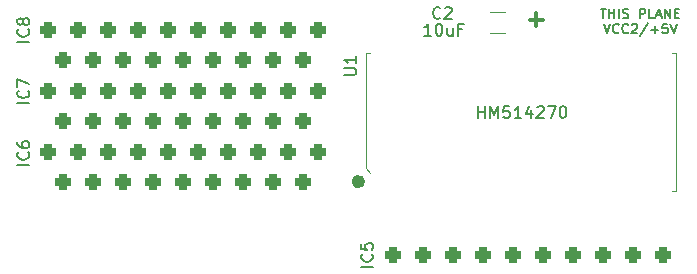
<source format=gto>
G04 #@! TF.GenerationSoftware,KiCad,Pcbnew,7.0.2-0*
G04 #@! TF.CreationDate,2023-06-03T15:31:31+02:00*
G04 #@! TF.ProjectId,MegaCD,4d656761-4344-42e6-9b69-6361645f7063,rev?*
G04 #@! TF.SameCoordinates,Original*
G04 #@! TF.FileFunction,Legend,Top*
G04 #@! TF.FilePolarity,Positive*
%FSLAX46Y46*%
G04 Gerber Fmt 4.6, Leading zero omitted, Abs format (unit mm)*
G04 Created by KiCad (PCBNEW 7.0.2-0) date 2023-06-03 15:31:31*
%MOMM*%
%LPD*%
G01*
G04 APERTURE LIST*
G04 Aperture macros list*
%AMRoundRect*
0 Rectangle with rounded corners*
0 $1 Rounding radius*
0 $2 $3 $4 $5 $6 $7 $8 $9 X,Y pos of 4 corners*
0 Add a 4 corners polygon primitive as box body*
4,1,4,$2,$3,$4,$5,$6,$7,$8,$9,$2,$3,0*
0 Add four circle primitives for the rounded corners*
1,1,$1+$1,$2,$3*
1,1,$1+$1,$4,$5*
1,1,$1+$1,$6,$7*
1,1,$1+$1,$8,$9*
0 Add four rect primitives between the rounded corners*
20,1,$1+$1,$2,$3,$4,$5,0*
20,1,$1+$1,$4,$5,$6,$7,0*
20,1,$1+$1,$6,$7,$8,$9,0*
20,1,$1+$1,$8,$9,$2,$3,0*%
G04 Aperture macros list end*
%ADD10C,0.300000*%
%ADD11C,0.150000*%
%ADD12C,0.200000*%
%ADD13C,0.100000*%
%ADD14C,0.558000*%
%ADD15C,0.120000*%
%ADD16R,0.700000X3.400000*%
%ADD17R,1.400000X1.300000*%
%ADD18RoundRect,0.325000X0.375000X-0.325000X0.375000X0.325000X-0.375000X0.325000X-0.375000X-0.325000X0*%
%ADD19C,1.600000*%
G04 APERTURE END LIST*
D10*
X162583857Y-106179000D02*
X161441000Y-106179000D01*
X162012428Y-106750428D02*
X162012428Y-105607571D01*
D11*
X167443571Y-105248095D02*
X167900714Y-105248095D01*
X167672142Y-106048095D02*
X167672142Y-105248095D01*
X168167381Y-106048095D02*
X168167381Y-105248095D01*
X168167381Y-105629047D02*
X168624524Y-105629047D01*
X168624524Y-106048095D02*
X168624524Y-105248095D01*
X169005476Y-106048095D02*
X169005476Y-105248095D01*
X169348332Y-106010000D02*
X169462618Y-106048095D01*
X169462618Y-106048095D02*
X169653094Y-106048095D01*
X169653094Y-106048095D02*
X169729285Y-106010000D01*
X169729285Y-106010000D02*
X169767380Y-105971904D01*
X169767380Y-105971904D02*
X169805475Y-105895714D01*
X169805475Y-105895714D02*
X169805475Y-105819523D01*
X169805475Y-105819523D02*
X169767380Y-105743333D01*
X169767380Y-105743333D02*
X169729285Y-105705238D01*
X169729285Y-105705238D02*
X169653094Y-105667142D01*
X169653094Y-105667142D02*
X169500713Y-105629047D01*
X169500713Y-105629047D02*
X169424523Y-105590952D01*
X169424523Y-105590952D02*
X169386428Y-105552857D01*
X169386428Y-105552857D02*
X169348332Y-105476666D01*
X169348332Y-105476666D02*
X169348332Y-105400476D01*
X169348332Y-105400476D02*
X169386428Y-105324285D01*
X169386428Y-105324285D02*
X169424523Y-105286190D01*
X169424523Y-105286190D02*
X169500713Y-105248095D01*
X169500713Y-105248095D02*
X169691190Y-105248095D01*
X169691190Y-105248095D02*
X169805475Y-105286190D01*
X170757857Y-106048095D02*
X170757857Y-105248095D01*
X170757857Y-105248095D02*
X171062619Y-105248095D01*
X171062619Y-105248095D02*
X171138809Y-105286190D01*
X171138809Y-105286190D02*
X171176904Y-105324285D01*
X171176904Y-105324285D02*
X171215000Y-105400476D01*
X171215000Y-105400476D02*
X171215000Y-105514761D01*
X171215000Y-105514761D02*
X171176904Y-105590952D01*
X171176904Y-105590952D02*
X171138809Y-105629047D01*
X171138809Y-105629047D02*
X171062619Y-105667142D01*
X171062619Y-105667142D02*
X170757857Y-105667142D01*
X171938809Y-106048095D02*
X171557857Y-106048095D01*
X171557857Y-106048095D02*
X171557857Y-105248095D01*
X172167380Y-105819523D02*
X172548333Y-105819523D01*
X172091190Y-106048095D02*
X172357857Y-105248095D01*
X172357857Y-105248095D02*
X172624523Y-106048095D01*
X172891190Y-106048095D02*
X172891190Y-105248095D01*
X172891190Y-105248095D02*
X173348333Y-106048095D01*
X173348333Y-106048095D02*
X173348333Y-105248095D01*
X173729285Y-105629047D02*
X173995951Y-105629047D01*
X174110237Y-106048095D02*
X173729285Y-106048095D01*
X173729285Y-106048095D02*
X173729285Y-105248095D01*
X173729285Y-105248095D02*
X174110237Y-105248095D01*
X167729286Y-106544095D02*
X167995953Y-107344095D01*
X167995953Y-107344095D02*
X168262619Y-106544095D01*
X168986429Y-107267904D02*
X168948333Y-107306000D01*
X168948333Y-107306000D02*
X168834048Y-107344095D01*
X168834048Y-107344095D02*
X168757857Y-107344095D01*
X168757857Y-107344095D02*
X168643571Y-107306000D01*
X168643571Y-107306000D02*
X168567381Y-107229809D01*
X168567381Y-107229809D02*
X168529286Y-107153619D01*
X168529286Y-107153619D02*
X168491190Y-107001238D01*
X168491190Y-107001238D02*
X168491190Y-106886952D01*
X168491190Y-106886952D02*
X168529286Y-106734571D01*
X168529286Y-106734571D02*
X168567381Y-106658380D01*
X168567381Y-106658380D02*
X168643571Y-106582190D01*
X168643571Y-106582190D02*
X168757857Y-106544095D01*
X168757857Y-106544095D02*
X168834048Y-106544095D01*
X168834048Y-106544095D02*
X168948333Y-106582190D01*
X168948333Y-106582190D02*
X168986429Y-106620285D01*
X169786429Y-107267904D02*
X169748333Y-107306000D01*
X169748333Y-107306000D02*
X169634048Y-107344095D01*
X169634048Y-107344095D02*
X169557857Y-107344095D01*
X169557857Y-107344095D02*
X169443571Y-107306000D01*
X169443571Y-107306000D02*
X169367381Y-107229809D01*
X169367381Y-107229809D02*
X169329286Y-107153619D01*
X169329286Y-107153619D02*
X169291190Y-107001238D01*
X169291190Y-107001238D02*
X169291190Y-106886952D01*
X169291190Y-106886952D02*
X169329286Y-106734571D01*
X169329286Y-106734571D02*
X169367381Y-106658380D01*
X169367381Y-106658380D02*
X169443571Y-106582190D01*
X169443571Y-106582190D02*
X169557857Y-106544095D01*
X169557857Y-106544095D02*
X169634048Y-106544095D01*
X169634048Y-106544095D02*
X169748333Y-106582190D01*
X169748333Y-106582190D02*
X169786429Y-106620285D01*
X170091190Y-106620285D02*
X170129286Y-106582190D01*
X170129286Y-106582190D02*
X170205476Y-106544095D01*
X170205476Y-106544095D02*
X170395952Y-106544095D01*
X170395952Y-106544095D02*
X170472143Y-106582190D01*
X170472143Y-106582190D02*
X170510238Y-106620285D01*
X170510238Y-106620285D02*
X170548333Y-106696476D01*
X170548333Y-106696476D02*
X170548333Y-106772666D01*
X170548333Y-106772666D02*
X170510238Y-106886952D01*
X170510238Y-106886952D02*
X170053095Y-107344095D01*
X170053095Y-107344095D02*
X170548333Y-107344095D01*
X171462619Y-106506000D02*
X170776905Y-107534571D01*
X171729286Y-107039333D02*
X172338810Y-107039333D01*
X172034048Y-107344095D02*
X172034048Y-106734571D01*
X173100714Y-106544095D02*
X172719762Y-106544095D01*
X172719762Y-106544095D02*
X172681666Y-106925047D01*
X172681666Y-106925047D02*
X172719762Y-106886952D01*
X172719762Y-106886952D02*
X172795952Y-106848857D01*
X172795952Y-106848857D02*
X172986428Y-106848857D01*
X172986428Y-106848857D02*
X173062619Y-106886952D01*
X173062619Y-106886952D02*
X173100714Y-106925047D01*
X173100714Y-106925047D02*
X173138809Y-107001238D01*
X173138809Y-107001238D02*
X173138809Y-107191714D01*
X173138809Y-107191714D02*
X173100714Y-107267904D01*
X173100714Y-107267904D02*
X173062619Y-107306000D01*
X173062619Y-107306000D02*
X172986428Y-107344095D01*
X172986428Y-107344095D02*
X172795952Y-107344095D01*
X172795952Y-107344095D02*
X172719762Y-107306000D01*
X172719762Y-107306000D02*
X172681666Y-107267904D01*
X173367381Y-106544095D02*
X173634048Y-107344095D01*
X173634048Y-107344095D02*
X173900714Y-106544095D01*
D12*
X145766619Y-110870904D02*
X146576142Y-110870904D01*
X146576142Y-110870904D02*
X146671380Y-110823285D01*
X146671380Y-110823285D02*
X146719000Y-110775666D01*
X146719000Y-110775666D02*
X146766619Y-110680428D01*
X146766619Y-110680428D02*
X146766619Y-110489952D01*
X146766619Y-110489952D02*
X146719000Y-110394714D01*
X146719000Y-110394714D02*
X146671380Y-110347095D01*
X146671380Y-110347095D02*
X146576142Y-110299476D01*
X146576142Y-110299476D02*
X145766619Y-110299476D01*
X146766619Y-109299476D02*
X146766619Y-109870904D01*
X146766619Y-109585190D02*
X145766619Y-109585190D01*
X145766619Y-109585190D02*
X145909476Y-109680428D01*
X145909476Y-109680428D02*
X146004714Y-109775666D01*
X146004714Y-109775666D02*
X146052333Y-109870904D01*
D11*
X157067714Y-114508619D02*
X157067714Y-113508619D01*
X157067714Y-113984809D02*
X157639142Y-113984809D01*
X157639142Y-114508619D02*
X157639142Y-113508619D01*
X158115333Y-114508619D02*
X158115333Y-113508619D01*
X158115333Y-113508619D02*
X158448666Y-114222904D01*
X158448666Y-114222904D02*
X158781999Y-113508619D01*
X158781999Y-113508619D02*
X158781999Y-114508619D01*
X159734380Y-113508619D02*
X159258190Y-113508619D01*
X159258190Y-113508619D02*
X159210571Y-113984809D01*
X159210571Y-113984809D02*
X159258190Y-113937190D01*
X159258190Y-113937190D02*
X159353428Y-113889571D01*
X159353428Y-113889571D02*
X159591523Y-113889571D01*
X159591523Y-113889571D02*
X159686761Y-113937190D01*
X159686761Y-113937190D02*
X159734380Y-113984809D01*
X159734380Y-113984809D02*
X159781999Y-114080047D01*
X159781999Y-114080047D02*
X159781999Y-114318142D01*
X159781999Y-114318142D02*
X159734380Y-114413380D01*
X159734380Y-114413380D02*
X159686761Y-114461000D01*
X159686761Y-114461000D02*
X159591523Y-114508619D01*
X159591523Y-114508619D02*
X159353428Y-114508619D01*
X159353428Y-114508619D02*
X159258190Y-114461000D01*
X159258190Y-114461000D02*
X159210571Y-114413380D01*
X160734380Y-114508619D02*
X160162952Y-114508619D01*
X160448666Y-114508619D02*
X160448666Y-113508619D01*
X160448666Y-113508619D02*
X160353428Y-113651476D01*
X160353428Y-113651476D02*
X160258190Y-113746714D01*
X160258190Y-113746714D02*
X160162952Y-113794333D01*
X161591523Y-113841952D02*
X161591523Y-114508619D01*
X161353428Y-113461000D02*
X161115333Y-114175285D01*
X161115333Y-114175285D02*
X161734380Y-114175285D01*
X162067714Y-113603857D02*
X162115333Y-113556238D01*
X162115333Y-113556238D02*
X162210571Y-113508619D01*
X162210571Y-113508619D02*
X162448666Y-113508619D01*
X162448666Y-113508619D02*
X162543904Y-113556238D01*
X162543904Y-113556238D02*
X162591523Y-113603857D01*
X162591523Y-113603857D02*
X162639142Y-113699095D01*
X162639142Y-113699095D02*
X162639142Y-113794333D01*
X162639142Y-113794333D02*
X162591523Y-113937190D01*
X162591523Y-113937190D02*
X162020095Y-114508619D01*
X162020095Y-114508619D02*
X162639142Y-114508619D01*
X162972476Y-113508619D02*
X163639142Y-113508619D01*
X163639142Y-113508619D02*
X163210571Y-114508619D01*
X164210571Y-113508619D02*
X164305809Y-113508619D01*
X164305809Y-113508619D02*
X164401047Y-113556238D01*
X164401047Y-113556238D02*
X164448666Y-113603857D01*
X164448666Y-113603857D02*
X164496285Y-113699095D01*
X164496285Y-113699095D02*
X164543904Y-113889571D01*
X164543904Y-113889571D02*
X164543904Y-114127666D01*
X164543904Y-114127666D02*
X164496285Y-114318142D01*
X164496285Y-114318142D02*
X164448666Y-114413380D01*
X164448666Y-114413380D02*
X164401047Y-114461000D01*
X164401047Y-114461000D02*
X164305809Y-114508619D01*
X164305809Y-114508619D02*
X164210571Y-114508619D01*
X164210571Y-114508619D02*
X164115333Y-114461000D01*
X164115333Y-114461000D02*
X164067714Y-114413380D01*
X164067714Y-114413380D02*
X164020095Y-114318142D01*
X164020095Y-114318142D02*
X163972476Y-114127666D01*
X163972476Y-114127666D02*
X163972476Y-113889571D01*
X163972476Y-113889571D02*
X164020095Y-113699095D01*
X164020095Y-113699095D02*
X164067714Y-113603857D01*
X164067714Y-113603857D02*
X164115333Y-113556238D01*
X164115333Y-113556238D02*
X164210571Y-113508619D01*
X119080619Y-113244189D02*
X118080619Y-113244189D01*
X118985380Y-112196571D02*
X119033000Y-112244190D01*
X119033000Y-112244190D02*
X119080619Y-112387047D01*
X119080619Y-112387047D02*
X119080619Y-112482285D01*
X119080619Y-112482285D02*
X119033000Y-112625142D01*
X119033000Y-112625142D02*
X118937761Y-112720380D01*
X118937761Y-112720380D02*
X118842523Y-112767999D01*
X118842523Y-112767999D02*
X118652047Y-112815618D01*
X118652047Y-112815618D02*
X118509190Y-112815618D01*
X118509190Y-112815618D02*
X118318714Y-112767999D01*
X118318714Y-112767999D02*
X118223476Y-112720380D01*
X118223476Y-112720380D02*
X118128238Y-112625142D01*
X118128238Y-112625142D02*
X118080619Y-112482285D01*
X118080619Y-112482285D02*
X118080619Y-112387047D01*
X118080619Y-112387047D02*
X118128238Y-112244190D01*
X118128238Y-112244190D02*
X118175857Y-112196571D01*
X118080619Y-111863237D02*
X118080619Y-111196571D01*
X118080619Y-111196571D02*
X119080619Y-111625142D01*
X119080619Y-118451189D02*
X118080619Y-118451189D01*
X118985380Y-117403571D02*
X119033000Y-117451190D01*
X119033000Y-117451190D02*
X119080619Y-117594047D01*
X119080619Y-117594047D02*
X119080619Y-117689285D01*
X119080619Y-117689285D02*
X119033000Y-117832142D01*
X119033000Y-117832142D02*
X118937761Y-117927380D01*
X118937761Y-117927380D02*
X118842523Y-117974999D01*
X118842523Y-117974999D02*
X118652047Y-118022618D01*
X118652047Y-118022618D02*
X118509190Y-118022618D01*
X118509190Y-118022618D02*
X118318714Y-117974999D01*
X118318714Y-117974999D02*
X118223476Y-117927380D01*
X118223476Y-117927380D02*
X118128238Y-117832142D01*
X118128238Y-117832142D02*
X118080619Y-117689285D01*
X118080619Y-117689285D02*
X118080619Y-117594047D01*
X118080619Y-117594047D02*
X118128238Y-117451190D01*
X118128238Y-117451190D02*
X118175857Y-117403571D01*
X118080619Y-116546428D02*
X118080619Y-116736904D01*
X118080619Y-116736904D02*
X118128238Y-116832142D01*
X118128238Y-116832142D02*
X118175857Y-116879761D01*
X118175857Y-116879761D02*
X118318714Y-116974999D01*
X118318714Y-116974999D02*
X118509190Y-117022618D01*
X118509190Y-117022618D02*
X118890142Y-117022618D01*
X118890142Y-117022618D02*
X118985380Y-116974999D01*
X118985380Y-116974999D02*
X119033000Y-116927380D01*
X119033000Y-116927380D02*
X119080619Y-116832142D01*
X119080619Y-116832142D02*
X119080619Y-116641666D01*
X119080619Y-116641666D02*
X119033000Y-116546428D01*
X119033000Y-116546428D02*
X118985380Y-116498809D01*
X118985380Y-116498809D02*
X118890142Y-116451190D01*
X118890142Y-116451190D02*
X118652047Y-116451190D01*
X118652047Y-116451190D02*
X118556809Y-116498809D01*
X118556809Y-116498809D02*
X118509190Y-116546428D01*
X118509190Y-116546428D02*
X118461571Y-116641666D01*
X118461571Y-116641666D02*
X118461571Y-116832142D01*
X118461571Y-116832142D02*
X118509190Y-116927380D01*
X118509190Y-116927380D02*
X118556809Y-116974999D01*
X118556809Y-116974999D02*
X118652047Y-117022618D01*
X119080619Y-108037189D02*
X118080619Y-108037189D01*
X118985380Y-106989571D02*
X119033000Y-107037190D01*
X119033000Y-107037190D02*
X119080619Y-107180047D01*
X119080619Y-107180047D02*
X119080619Y-107275285D01*
X119080619Y-107275285D02*
X119033000Y-107418142D01*
X119033000Y-107418142D02*
X118937761Y-107513380D01*
X118937761Y-107513380D02*
X118842523Y-107560999D01*
X118842523Y-107560999D02*
X118652047Y-107608618D01*
X118652047Y-107608618D02*
X118509190Y-107608618D01*
X118509190Y-107608618D02*
X118318714Y-107560999D01*
X118318714Y-107560999D02*
X118223476Y-107513380D01*
X118223476Y-107513380D02*
X118128238Y-107418142D01*
X118128238Y-107418142D02*
X118080619Y-107275285D01*
X118080619Y-107275285D02*
X118080619Y-107180047D01*
X118080619Y-107180047D02*
X118128238Y-107037190D01*
X118128238Y-107037190D02*
X118175857Y-106989571D01*
X118509190Y-106418142D02*
X118461571Y-106513380D01*
X118461571Y-106513380D02*
X118413952Y-106560999D01*
X118413952Y-106560999D02*
X118318714Y-106608618D01*
X118318714Y-106608618D02*
X118271095Y-106608618D01*
X118271095Y-106608618D02*
X118175857Y-106560999D01*
X118175857Y-106560999D02*
X118128238Y-106513380D01*
X118128238Y-106513380D02*
X118080619Y-106418142D01*
X118080619Y-106418142D02*
X118080619Y-106227666D01*
X118080619Y-106227666D02*
X118128238Y-106132428D01*
X118128238Y-106132428D02*
X118175857Y-106084809D01*
X118175857Y-106084809D02*
X118271095Y-106037190D01*
X118271095Y-106037190D02*
X118318714Y-106037190D01*
X118318714Y-106037190D02*
X118413952Y-106084809D01*
X118413952Y-106084809D02*
X118461571Y-106132428D01*
X118461571Y-106132428D02*
X118509190Y-106227666D01*
X118509190Y-106227666D02*
X118509190Y-106418142D01*
X118509190Y-106418142D02*
X118556809Y-106513380D01*
X118556809Y-106513380D02*
X118604428Y-106560999D01*
X118604428Y-106560999D02*
X118699666Y-106608618D01*
X118699666Y-106608618D02*
X118890142Y-106608618D01*
X118890142Y-106608618D02*
X118985380Y-106560999D01*
X118985380Y-106560999D02*
X119033000Y-106513380D01*
X119033000Y-106513380D02*
X119080619Y-106418142D01*
X119080619Y-106418142D02*
X119080619Y-106227666D01*
X119080619Y-106227666D02*
X119033000Y-106132428D01*
X119033000Y-106132428D02*
X118985380Y-106084809D01*
X118985380Y-106084809D02*
X118890142Y-106037190D01*
X118890142Y-106037190D02*
X118699666Y-106037190D01*
X118699666Y-106037190D02*
X118604428Y-106084809D01*
X118604428Y-106084809D02*
X118556809Y-106132428D01*
X118556809Y-106132428D02*
X118509190Y-106227666D01*
X148163619Y-127087189D02*
X147163619Y-127087189D01*
X148068380Y-126039571D02*
X148116000Y-126087190D01*
X148116000Y-126087190D02*
X148163619Y-126230047D01*
X148163619Y-126230047D02*
X148163619Y-126325285D01*
X148163619Y-126325285D02*
X148116000Y-126468142D01*
X148116000Y-126468142D02*
X148020761Y-126563380D01*
X148020761Y-126563380D02*
X147925523Y-126610999D01*
X147925523Y-126610999D02*
X147735047Y-126658618D01*
X147735047Y-126658618D02*
X147592190Y-126658618D01*
X147592190Y-126658618D02*
X147401714Y-126610999D01*
X147401714Y-126610999D02*
X147306476Y-126563380D01*
X147306476Y-126563380D02*
X147211238Y-126468142D01*
X147211238Y-126468142D02*
X147163619Y-126325285D01*
X147163619Y-126325285D02*
X147163619Y-126230047D01*
X147163619Y-126230047D02*
X147211238Y-126087190D01*
X147211238Y-126087190D02*
X147258857Y-126039571D01*
X147163619Y-125134809D02*
X147163619Y-125610999D01*
X147163619Y-125610999D02*
X147639809Y-125658618D01*
X147639809Y-125658618D02*
X147592190Y-125610999D01*
X147592190Y-125610999D02*
X147544571Y-125515761D01*
X147544571Y-125515761D02*
X147544571Y-125277666D01*
X147544571Y-125277666D02*
X147592190Y-125182428D01*
X147592190Y-125182428D02*
X147639809Y-125134809D01*
X147639809Y-125134809D02*
X147735047Y-125087190D01*
X147735047Y-125087190D02*
X147973142Y-125087190D01*
X147973142Y-125087190D02*
X148068380Y-125134809D01*
X148068380Y-125134809D02*
X148116000Y-125182428D01*
X148116000Y-125182428D02*
X148163619Y-125277666D01*
X148163619Y-125277666D02*
X148163619Y-125515761D01*
X148163619Y-125515761D02*
X148116000Y-125610999D01*
X148116000Y-125610999D02*
X148068380Y-125658618D01*
X153884333Y-106031380D02*
X153836714Y-106079000D01*
X153836714Y-106079000D02*
X153693857Y-106126619D01*
X153693857Y-106126619D02*
X153598619Y-106126619D01*
X153598619Y-106126619D02*
X153455762Y-106079000D01*
X153455762Y-106079000D02*
X153360524Y-105983761D01*
X153360524Y-105983761D02*
X153312905Y-105888523D01*
X153312905Y-105888523D02*
X153265286Y-105698047D01*
X153265286Y-105698047D02*
X153265286Y-105555190D01*
X153265286Y-105555190D02*
X153312905Y-105364714D01*
X153312905Y-105364714D02*
X153360524Y-105269476D01*
X153360524Y-105269476D02*
X153455762Y-105174238D01*
X153455762Y-105174238D02*
X153598619Y-105126619D01*
X153598619Y-105126619D02*
X153693857Y-105126619D01*
X153693857Y-105126619D02*
X153836714Y-105174238D01*
X153836714Y-105174238D02*
X153884333Y-105221857D01*
X154265286Y-105221857D02*
X154312905Y-105174238D01*
X154312905Y-105174238D02*
X154408143Y-105126619D01*
X154408143Y-105126619D02*
X154646238Y-105126619D01*
X154646238Y-105126619D02*
X154741476Y-105174238D01*
X154741476Y-105174238D02*
X154789095Y-105221857D01*
X154789095Y-105221857D02*
X154836714Y-105317095D01*
X154836714Y-105317095D02*
X154836714Y-105412333D01*
X154836714Y-105412333D02*
X154789095Y-105555190D01*
X154789095Y-105555190D02*
X154217667Y-106126619D01*
X154217667Y-106126619D02*
X154836714Y-106126619D01*
X153106571Y-107523619D02*
X152535143Y-107523619D01*
X152820857Y-107523619D02*
X152820857Y-106523619D01*
X152820857Y-106523619D02*
X152725619Y-106666476D01*
X152725619Y-106666476D02*
X152630381Y-106761714D01*
X152630381Y-106761714D02*
X152535143Y-106809333D01*
X153725619Y-106523619D02*
X153820857Y-106523619D01*
X153820857Y-106523619D02*
X153916095Y-106571238D01*
X153916095Y-106571238D02*
X153963714Y-106618857D01*
X153963714Y-106618857D02*
X154011333Y-106714095D01*
X154011333Y-106714095D02*
X154058952Y-106904571D01*
X154058952Y-106904571D02*
X154058952Y-107142666D01*
X154058952Y-107142666D02*
X154011333Y-107333142D01*
X154011333Y-107333142D02*
X153963714Y-107428380D01*
X153963714Y-107428380D02*
X153916095Y-107476000D01*
X153916095Y-107476000D02*
X153820857Y-107523619D01*
X153820857Y-107523619D02*
X153725619Y-107523619D01*
X153725619Y-107523619D02*
X153630381Y-107476000D01*
X153630381Y-107476000D02*
X153582762Y-107428380D01*
X153582762Y-107428380D02*
X153535143Y-107333142D01*
X153535143Y-107333142D02*
X153487524Y-107142666D01*
X153487524Y-107142666D02*
X153487524Y-106904571D01*
X153487524Y-106904571D02*
X153535143Y-106714095D01*
X153535143Y-106714095D02*
X153582762Y-106618857D01*
X153582762Y-106618857D02*
X153630381Y-106571238D01*
X153630381Y-106571238D02*
X153725619Y-106523619D01*
X154916095Y-106856952D02*
X154916095Y-107523619D01*
X154487524Y-106856952D02*
X154487524Y-107380761D01*
X154487524Y-107380761D02*
X154535143Y-107476000D01*
X154535143Y-107476000D02*
X154630381Y-107523619D01*
X154630381Y-107523619D02*
X154773238Y-107523619D01*
X154773238Y-107523619D02*
X154868476Y-107476000D01*
X154868476Y-107476000D02*
X154916095Y-107428380D01*
X155725619Y-106999809D02*
X155392286Y-106999809D01*
X155392286Y-107523619D02*
X155392286Y-106523619D01*
X155392286Y-106523619D02*
X155868476Y-106523619D01*
D13*
X173482000Y-120650000D02*
X173863000Y-120650000D01*
X173863000Y-120650000D02*
X173863000Y-108966000D01*
X147574000Y-118745000D02*
X147955000Y-119126000D01*
X147574000Y-108966000D02*
X147574000Y-118745000D01*
X147955000Y-108966000D02*
X147574000Y-108966000D01*
X173482000Y-108966000D02*
X173863000Y-108966000D01*
D14*
X147218000Y-119888000D02*
G75*
G03*
X147218000Y-119888000I-279000J0D01*
G01*
D15*
X159379000Y-107346000D02*
X158121000Y-107346000D01*
X159379000Y-105506000D02*
X158121000Y-105506000D01*
%LPC*%
D16*
X148717000Y-119888000D03*
X149987000Y-119888000D03*
X151257000Y-119888000D03*
X152527000Y-119888000D03*
X153797000Y-119888000D03*
X155067000Y-119888000D03*
X156337000Y-119888000D03*
X157607000Y-119888000D03*
X158877000Y-119888000D03*
X160147000Y-119888000D03*
X161417000Y-119888000D03*
X162687000Y-119888000D03*
X163957000Y-119888000D03*
X165227000Y-119888000D03*
X166497000Y-119888000D03*
X167767000Y-119888000D03*
X169037000Y-119888000D03*
X170307000Y-119888000D03*
X171577000Y-119888000D03*
X172847000Y-119888000D03*
X172847000Y-109728000D03*
X171577000Y-109728000D03*
X170307000Y-109728000D03*
X169037000Y-109728000D03*
X167767000Y-109728000D03*
X166497000Y-109728000D03*
X165227000Y-109728000D03*
X163957000Y-109728000D03*
X162687000Y-109728000D03*
X161417000Y-109728000D03*
X160147000Y-109728000D03*
X158877000Y-109728000D03*
X157607000Y-109728000D03*
X156337000Y-109728000D03*
X155067000Y-109728000D03*
X153797000Y-109728000D03*
X152527000Y-109728000D03*
X151257000Y-109728000D03*
X149987000Y-109728000D03*
X148717000Y-109728000D03*
D17*
X119380000Y-114757200D03*
D18*
X120650000Y-112217200D03*
X121920000Y-114757200D03*
X123190000Y-112217200D03*
X124460000Y-114757200D03*
X125730000Y-112217200D03*
X127000000Y-114757200D03*
X128270000Y-112217200D03*
X129540000Y-114757200D03*
X130810000Y-112217200D03*
X132080000Y-114757200D03*
X133350000Y-112217200D03*
X134620000Y-114757200D03*
X135890000Y-112217200D03*
X137160000Y-114757200D03*
X138430000Y-112217200D03*
X139700000Y-114757200D03*
X140970000Y-112217200D03*
X142240000Y-114757200D03*
X143510000Y-112217200D03*
D17*
X119380000Y-119888000D03*
D18*
X120650000Y-117348000D03*
X121920000Y-119888000D03*
X123190000Y-117348000D03*
X124460000Y-119888000D03*
X125730000Y-117348000D03*
X127000000Y-119888000D03*
X128270000Y-117348000D03*
X129540000Y-119888000D03*
X130810000Y-117348000D03*
X132080000Y-119888000D03*
X133350000Y-117348000D03*
X134620000Y-119888000D03*
X135890000Y-117348000D03*
X137160000Y-119888000D03*
X138430000Y-117348000D03*
X139700000Y-119888000D03*
X140970000Y-117348000D03*
X142240000Y-119888000D03*
X143510000Y-117348000D03*
D17*
X119380000Y-109601000D03*
D18*
X120650000Y-107061000D03*
X121920000Y-109601000D03*
X123190000Y-107061000D03*
X124460000Y-109601000D03*
X125730000Y-107061000D03*
X127000000Y-109601000D03*
X128270000Y-107061000D03*
X129540000Y-109601000D03*
X130810000Y-107061000D03*
X132080000Y-109601000D03*
X133350000Y-107061000D03*
X134620000Y-109601000D03*
X135890000Y-107061000D03*
X137160000Y-109601000D03*
X138430000Y-107061000D03*
X139700000Y-109601000D03*
X140970000Y-107061000D03*
X142240000Y-109601000D03*
X143510000Y-107061000D03*
D17*
X148590000Y-128651000D03*
D18*
X149860000Y-126111000D03*
X151130000Y-128651000D03*
X152400000Y-126111000D03*
X153670000Y-128651000D03*
X154940000Y-126111000D03*
X156210000Y-128651000D03*
X157480000Y-126111000D03*
X158750000Y-128651000D03*
X160020000Y-126111000D03*
X161290000Y-128651000D03*
X162560000Y-126111000D03*
X163830000Y-128651000D03*
X165100000Y-126111000D03*
X166370000Y-128651000D03*
X167640000Y-126111000D03*
X168910000Y-128651000D03*
X170180000Y-126111000D03*
X171450000Y-128651000D03*
X172720000Y-126111000D03*
D19*
X160000000Y-106426000D03*
X157500000Y-106426000D03*
%LPD*%
M02*

</source>
